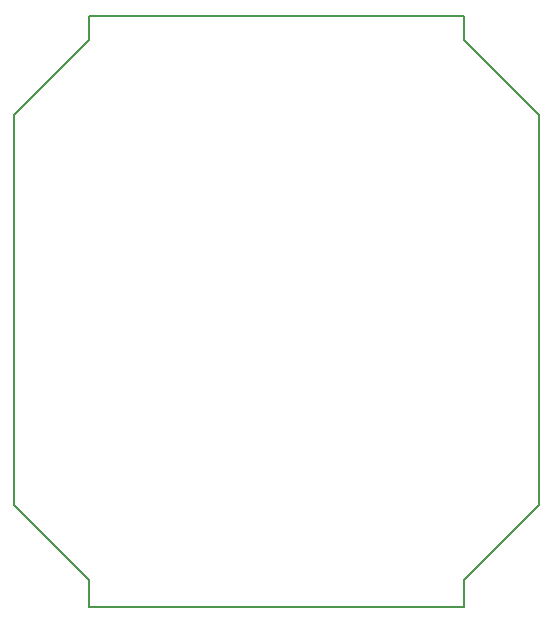
<source format=gbr>
G04 #@! TF.GenerationSoftware,KiCad,Pcbnew,5.0.2-bee76a0~70~ubuntu18.04.1*
G04 #@! TF.CreationDate,2019-09-27T11:35:03+02:00*
G04 #@! TF.ProjectId,Radiateur ESP,52616469-6174-4657-9572-204553502e6b,rev?*
G04 #@! TF.SameCoordinates,Original*
G04 #@! TF.FileFunction,Profile,NP*
%FSLAX46Y46*%
G04 Gerber Fmt 4.6, Leading zero omitted, Abs format (unit mm)*
G04 Created by KiCad (PCBNEW 5.0.2-bee76a0~70~ubuntu18.04.1) date ven. 27 sept. 2019 11:35:03 CEST*
%MOMM*%
%LPD*%
G01*
G04 APERTURE LIST*
%ADD10C,0.200000*%
G04 APERTURE END LIST*
D10*
X152400000Y-76200000D02*
X152400000Y-74168000D01*
X120650000Y-76200000D02*
X120650000Y-74168000D01*
X152400000Y-121920000D02*
X152400000Y-124206000D01*
X120650000Y-121920000D02*
X120650000Y-124206000D01*
X152400000Y-76200000D02*
X158750000Y-82550000D01*
X152400000Y-121920000D02*
X158750000Y-115570000D01*
X120650000Y-121920000D02*
X114300000Y-115570000D01*
X120650000Y-76200000D02*
X114300000Y-82550000D01*
X114300000Y-115570000D02*
X114300000Y-82550000D01*
X152400000Y-124206000D02*
X120650000Y-124206000D01*
X158750000Y-82550000D02*
X158750000Y-115570000D01*
X120650000Y-74168000D02*
X152400000Y-74168000D01*
M02*

</source>
